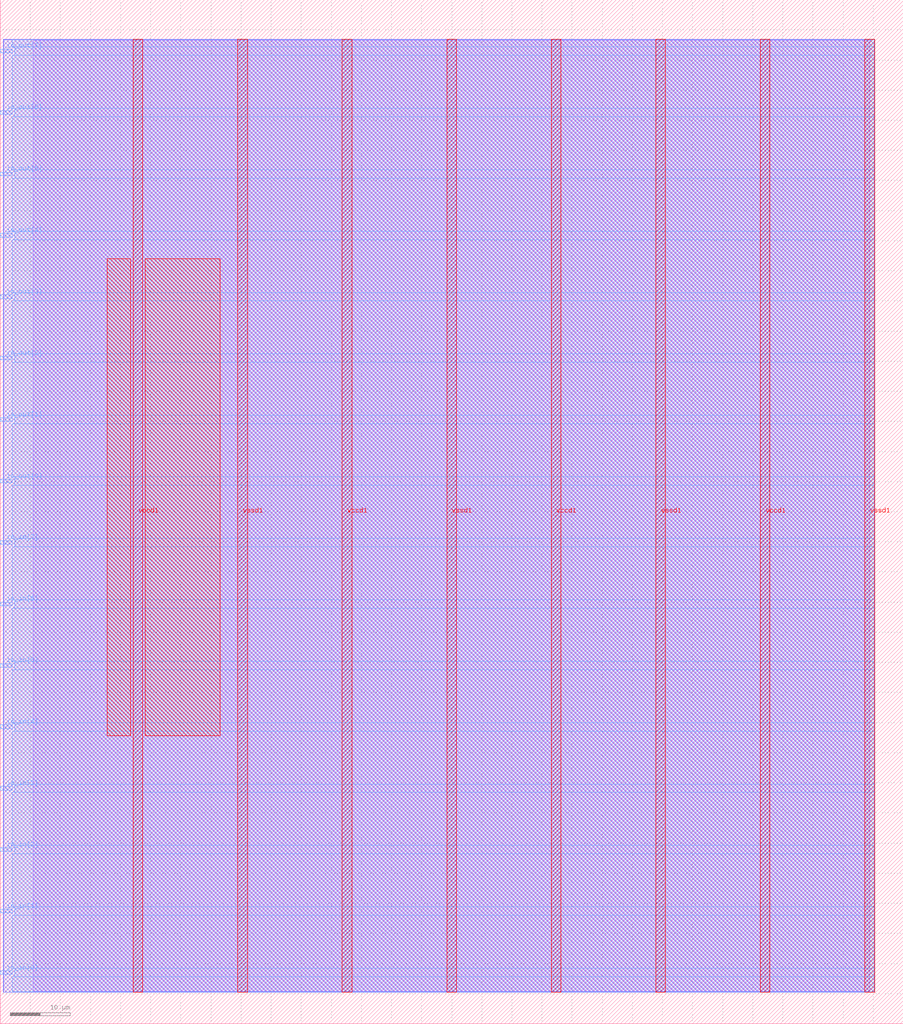
<source format=lef>
VERSION 5.7 ;
  NOWIREEXTENSIONATPIN ON ;
  DIVIDERCHAR "/" ;
  BUSBITCHARS "[]" ;
MACRO shan1293_2bitalu
  CLASS BLOCK ;
  FOREIGN shan1293_2bitalu ;
  ORIGIN 0.000 0.000 ;
  SIZE 150.000 BY 170.000 ;
  PIN io_in[0]
    DIRECTION INPUT ;
    USE SIGNAL ;
    PORT
      LAYER met3 ;
        RECT 0.000 8.200 2.000 8.800 ;
    END
  END io_in[0]
  PIN io_in[1]
    DIRECTION INPUT ;
    USE SIGNAL ;
    PORT
      LAYER met3 ;
        RECT 0.000 18.400 2.000 19.000 ;
    END
  END io_in[1]
  PIN io_in[2]
    DIRECTION INPUT ;
    USE SIGNAL ;
    PORT
      LAYER met3 ;
        RECT 0.000 28.600 2.000 29.200 ;
    END
  END io_in[2]
  PIN io_in[3]
    DIRECTION INPUT ;
    USE SIGNAL ;
    PORT
      LAYER met3 ;
        RECT 0.000 38.800 2.000 39.400 ;
    END
  END io_in[3]
  PIN io_in[4]
    DIRECTION INPUT ;
    USE SIGNAL ;
    PORT
      LAYER met3 ;
        RECT 0.000 49.000 2.000 49.600 ;
    END
  END io_in[4]
  PIN io_in[5]
    DIRECTION INPUT ;
    USE SIGNAL ;
    PORT
      LAYER met3 ;
        RECT 0.000 59.200 2.000 59.800 ;
    END
  END io_in[5]
  PIN io_in[6]
    DIRECTION INPUT ;
    USE SIGNAL ;
    PORT
      LAYER met3 ;
        RECT 0.000 69.400 2.000 70.000 ;
    END
  END io_in[6]
  PIN io_in[7]
    DIRECTION INPUT ;
    USE SIGNAL ;
    PORT
      LAYER met3 ;
        RECT 0.000 79.600 2.000 80.200 ;
    END
  END io_in[7]
  PIN io_out[0]
    DIRECTION OUTPUT TRISTATE ;
    USE SIGNAL ;
    PORT
      LAYER met3 ;
        RECT 0.000 89.800 2.000 90.400 ;
    END
  END io_out[0]
  PIN io_out[1]
    DIRECTION OUTPUT TRISTATE ;
    USE SIGNAL ;
    PORT
      LAYER met3 ;
        RECT 0.000 100.000 2.000 100.600 ;
    END
  END io_out[1]
  PIN io_out[2]
    DIRECTION OUTPUT TRISTATE ;
    USE SIGNAL ;
    PORT
      LAYER met3 ;
        RECT 0.000 110.200 2.000 110.800 ;
    END
  END io_out[2]
  PIN io_out[3]
    DIRECTION OUTPUT TRISTATE ;
    USE SIGNAL ;
    PORT
      LAYER met3 ;
        RECT 0.000 120.400 2.000 121.000 ;
    END
  END io_out[3]
  PIN io_out[4]
    DIRECTION OUTPUT TRISTATE ;
    USE SIGNAL ;
    PORT
      LAYER met3 ;
        RECT 0.000 130.600 2.000 131.200 ;
    END
  END io_out[4]
  PIN io_out[5]
    DIRECTION OUTPUT TRISTATE ;
    USE SIGNAL ;
    PORT
      LAYER met3 ;
        RECT 0.000 140.800 2.000 141.400 ;
    END
  END io_out[5]
  PIN io_out[6]
    DIRECTION OUTPUT TRISTATE ;
    USE SIGNAL ;
    PORT
      LAYER met3 ;
        RECT 0.000 151.000 2.000 151.600 ;
    END
  END io_out[6]
  PIN io_out[7]
    DIRECTION OUTPUT TRISTATE ;
    USE SIGNAL ;
    PORT
      LAYER met3 ;
        RECT 0.000 161.200 2.000 161.800 ;
    END
  END io_out[7]
  PIN vccd1
    DIRECTION INOUT ;
    USE POWER ;
    PORT
      LAYER met4 ;
        RECT 22.085 5.200 23.685 163.440 ;
    END
    PORT
      LAYER met4 ;
        RECT 56.815 5.200 58.415 163.440 ;
    END
    PORT
      LAYER met4 ;
        RECT 91.545 5.200 93.145 163.440 ;
    END
    PORT
      LAYER met4 ;
        RECT 126.275 5.200 127.875 163.440 ;
    END
  END vccd1
  PIN vssd1
    DIRECTION INOUT ;
    USE GROUND ;
    PORT
      LAYER met4 ;
        RECT 39.450 5.200 41.050 163.440 ;
    END
    PORT
      LAYER met4 ;
        RECT 74.180 5.200 75.780 163.440 ;
    END
    PORT
      LAYER met4 ;
        RECT 108.910 5.200 110.510 163.440 ;
    END
    PORT
      LAYER met4 ;
        RECT 143.640 5.200 145.240 163.440 ;
    END
  END vssd1
  OBS
      LAYER li1 ;
        RECT 5.520 5.355 144.440 163.285 ;
      LAYER met1 ;
        RECT 0.530 5.200 145.240 163.440 ;
      LAYER met2 ;
        RECT 0.560 5.255 145.210 163.385 ;
      LAYER met3 ;
        RECT 2.000 162.200 145.230 163.365 ;
        RECT 2.400 160.800 145.230 162.200 ;
        RECT 2.000 152.000 145.230 160.800 ;
        RECT 2.400 150.600 145.230 152.000 ;
        RECT 2.000 141.800 145.230 150.600 ;
        RECT 2.400 140.400 145.230 141.800 ;
        RECT 2.000 131.600 145.230 140.400 ;
        RECT 2.400 130.200 145.230 131.600 ;
        RECT 2.000 121.400 145.230 130.200 ;
        RECT 2.400 120.000 145.230 121.400 ;
        RECT 2.000 111.200 145.230 120.000 ;
        RECT 2.400 109.800 145.230 111.200 ;
        RECT 2.000 101.000 145.230 109.800 ;
        RECT 2.400 99.600 145.230 101.000 ;
        RECT 2.000 90.800 145.230 99.600 ;
        RECT 2.400 89.400 145.230 90.800 ;
        RECT 2.000 80.600 145.230 89.400 ;
        RECT 2.400 79.200 145.230 80.600 ;
        RECT 2.000 70.400 145.230 79.200 ;
        RECT 2.400 69.000 145.230 70.400 ;
        RECT 2.000 60.200 145.230 69.000 ;
        RECT 2.400 58.800 145.230 60.200 ;
        RECT 2.000 50.000 145.230 58.800 ;
        RECT 2.400 48.600 145.230 50.000 ;
        RECT 2.000 39.800 145.230 48.600 ;
        RECT 2.400 38.400 145.230 39.800 ;
        RECT 2.000 29.600 145.230 38.400 ;
        RECT 2.400 28.200 145.230 29.600 ;
        RECT 2.000 19.400 145.230 28.200 ;
        RECT 2.400 18.000 145.230 19.400 ;
        RECT 2.000 9.200 145.230 18.000 ;
        RECT 2.400 7.800 145.230 9.200 ;
        RECT 2.000 5.275 145.230 7.800 ;
      LAYER met4 ;
        RECT 17.775 47.775 21.685 126.985 ;
        RECT 24.085 47.775 36.505 126.985 ;
  END
END shan1293_2bitalu
END LIBRARY


</source>
